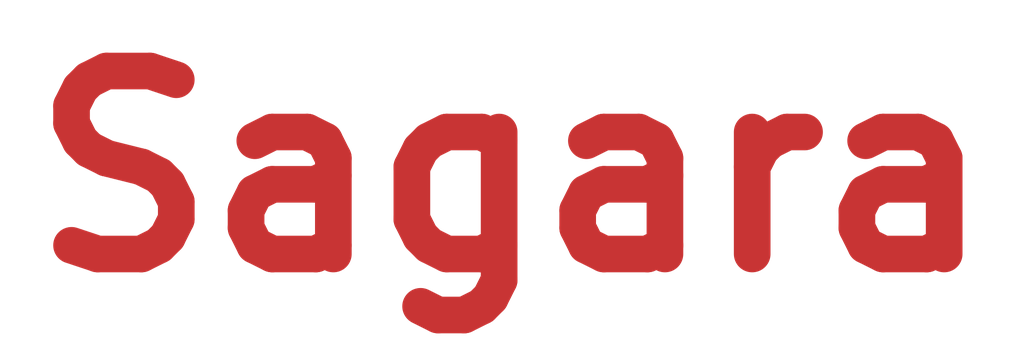
<source format=kicad_pcb>
(kicad_pcb (version 20171130) (host pcbnew "(5.1.8)-1")

  (general
    (thickness 1.6)
    (drawings 1)
    (tracks 0)
    (zones 0)
    (modules 0)
    (nets 1)
  )

  (page A4)
  (layers
    (0 F.Cu signal)
    (31 B.Cu signal)
    (32 B.Adhes user)
    (33 F.Adhes user)
    (34 B.Paste user)
    (35 F.Paste user)
    (36 B.SilkS user)
    (37 F.SilkS user)
    (38 B.Mask user)
    (39 F.Mask user)
    (40 Dwgs.User user)
    (41 Cmts.User user)
    (42 Eco1.User user)
    (43 Eco2.User user)
    (44 Edge.Cuts user)
    (45 Margin user)
    (46 B.CrtYd user)
    (47 F.CrtYd user)
    (48 B.Fab user)
    (49 F.Fab user)
  )

  (setup
    (last_trace_width 0.25)
    (trace_clearance 0.2)
    (zone_clearance 0.508)
    (zone_45_only no)
    (trace_min 0.2)
    (via_size 0.8)
    (via_drill 0.4)
    (via_min_size 0.4)
    (via_min_drill 0.3)
    (uvia_size 0.3)
    (uvia_drill 0.1)
    (uvias_allowed no)
    (uvia_min_size 0.2)
    (uvia_min_drill 0.1)
    (edge_width 0.05)
    (segment_width 0.2)
    (pcb_text_width 0.3)
    (pcb_text_size 1.5 1.5)
    (mod_edge_width 0.12)
    (mod_text_size 1 1)
    (mod_text_width 0.15)
    (pad_size 1.524 1.524)
    (pad_drill 0.762)
    (pad_to_mask_clearance 0)
    (aux_axis_origin 0 0)
    (visible_elements FFFFFF7F)
    (pcbplotparams
      (layerselection 0x010fc_ffffffff)
      (usegerberextensions false)
      (usegerberattributes true)
      (usegerberadvancedattributes true)
      (creategerberjobfile true)
      (excludeedgelayer true)
      (linewidth 0.100000)
      (plotframeref false)
      (viasonmask false)
      (mode 1)
      (useauxorigin false)
      (hpglpennumber 1)
      (hpglpenspeed 20)
      (hpglpendiameter 15.000000)
      (psnegative false)
      (psa4output false)
      (plotreference true)
      (plotvalue true)
      (plotinvisibletext false)
      (padsonsilk false)
      (subtractmaskfromsilk false)
      (outputformat 1)
      (mirror false)
      (drillshape 1)
      (scaleselection 1)
      (outputdirectory ""))
  )

  (net 0 "")

  (net_class Default "This is the default net class."
    (clearance 0.2)
    (trace_width 0.25)
    (via_dia 0.8)
    (via_drill 0.4)
    (uvia_dia 0.3)
    (uvia_drill 0.1)
  )

  (gr_text Sagara (at 81.28 135.89) (layer F.Cu)
    (effects (font (size 1.5 1.5) (thickness 0.3)))
  )

)

</source>
